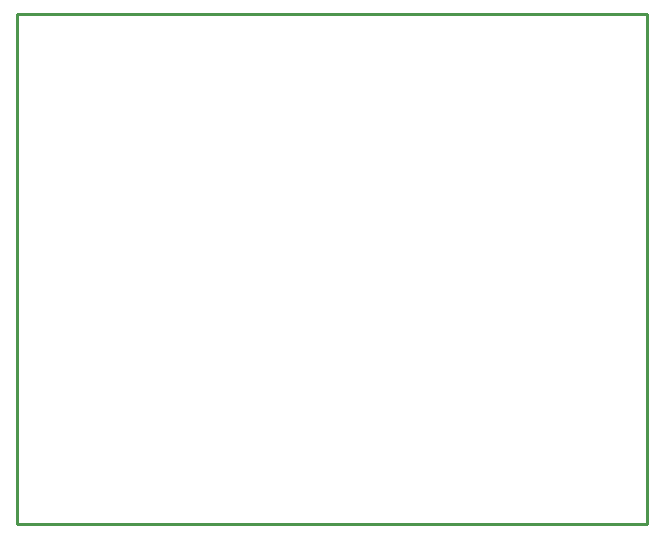
<source format=gbp>
G75*
%MOIN*%
%OFA0B0*%
%FSLAX25Y25*%
%IPPOS*%
%LPD*%
%AMOC8*
5,1,8,0,0,1.08239X$1,22.5*
%
%ADD10C,0.01000*%
D10*
X0001800Y0071500D02*
X0001800Y0241500D01*
X0211800Y0241500D01*
X0211800Y0071500D01*
X0001800Y0071500D01*
M02*

</source>
